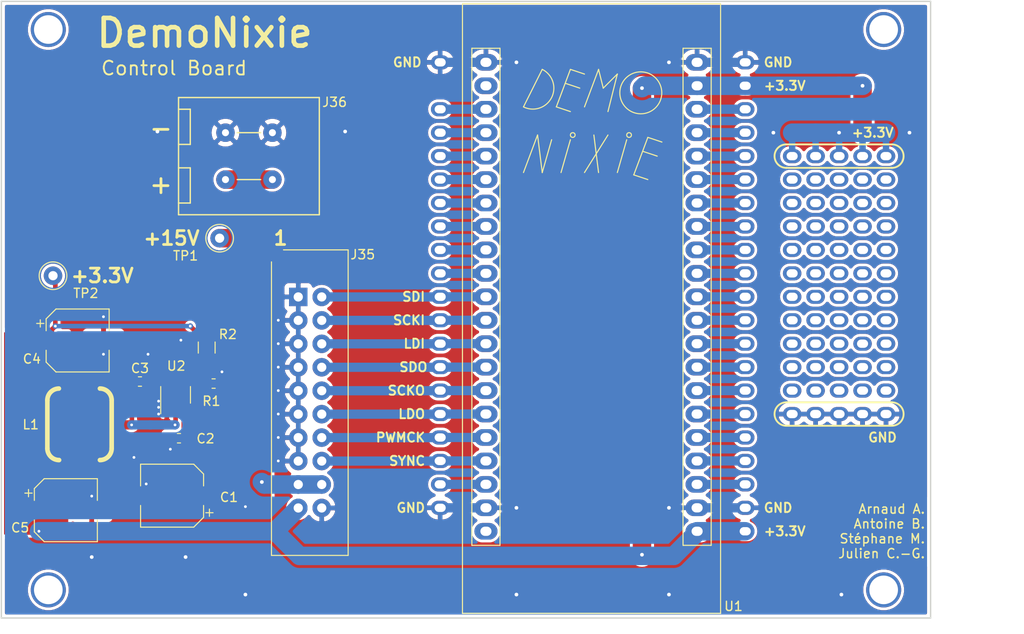
<source format=kicad_pcb>
(kicad_pcb (version 20171130) (host pcbnew 5.0.2-bee76a0~70~ubuntu18.04.1)
  (layers (0 F.Cu signal) (31 B.Cu signal) (34 B.Paste user) (35 F.Paste user) (36 B.SilkS user) (37 F.SilkS user) (38 B.Mask user) (39 F.Mask user) (44 Edge.Cuts user))
  (net 0 "")
  (net 1 GND)
  (net 2 +15V)
  (net 3 "Net-(C3-Pad1)")
  (net 4 "Net-(C3-Pad2)")
  (net 5 +3V3)
  (net 6 "Net-(J1-Pad1)")
  (net 7 "Net-(J2-Pad1)")
  (net 8 "Net-(J3-Pad1)")
  (net 9 "Net-(J4-Pad1)")
  (net 10 "Net-(J5-Pad1)")
  (net 11 "Net-(J6-Pad1)")
  (net 12 "Net-(J7-Pad1)")
  (net 13 "Net-(J8-Pad1)")
  (net 14 /SDI)
  (net 15 /SCKI)
  (net 16 /LDI)
  (net 17 /SDO)
  (net 18 /SCKO)
  (net 19 /LDO)
  (net 20 /PWMCK)
  (net 21 /SYNC)
  (net 22 "Net-(J17-Pad1)")
  (net 23 "Net-(J18-Pad1)")
  (net 24 "Net-(J19-Pad1)")
  (net 25 "Net-(J20-Pad1)")
  (net 26 "Net-(J21-Pad1)")
  (net 27 "Net-(J22-Pad1)")
  (net 28 "Net-(J23-Pad1)")
  (net 29 "Net-(J24-Pad1)")
  (net 30 "Net-(J25-Pad1)")
  (net 31 "Net-(J26-Pad1)")
  (net 32 "Net-(J27-Pad1)")
  (net 33 "Net-(J28-Pad1)")
  (net 34 "Net-(J29-Pad1)")
  (net 35 "Net-(J30-Pad1)")
  (net 36 "Net-(J31-Pad1)")
  (net 37 "Net-(J32-Pad1)")
  (net 38 "Net-(J33-Pad1)")
  (net 39 "Net-(J34-Pad1)")
  (net 40 "Net-(J37-Pad1)")
  (net 41 "Net-(J38-Pad1)")
  (net 42 "Net-(J39-Pad1)")
  (net 43 "Net-(J40-Pad1)")
  (net 44 "Net-(J41-Pad1)")
  (net 45 "Net-(J42-Pad1)")
  (net 46 "Net-(J43-Pad1)")
  (net 47 "Net-(J44-Pad1)")
  (net 48 "Net-(J45-Pad1)")
  (net 49 "Net-(J46-Pad1)")
  (net 50 "Net-(J47-Pad1)")
  (net 51 "Net-(J48-Pad1)")
  (net 52 "Net-(J49-Pad1)")
  (net 53 "Net-(J50-Pad1)")
  (net 54 "Net-(J51-Pad1)")
  (net 55 "Net-(J52-Pad1)")
  (net 56 "Net-(J53-Pad1)")
  (net 57 "Net-(J54-Pad1)")
  (net 58 "Net-(J55-Pad1)")
  (net 59 "Net-(J56-Pad1)")
  (net 60 "Net-(J57-Pad1)")
  (net 61 "Net-(J58-Pad1)")
  (net 62 "Net-(J59-Pad1)")
  (net 63 "Net-(J60-Pad1)")
  (net 64 "Net-(J61-Pad1)")
  (net 65 "Net-(J62-Pad1)")
  (net 66 "Net-(J63-Pad1)")
  (net 67 "Net-(J64-Pad1)")
  (net 68 "Net-(J65-Pad1)")
  (net 69 "Net-(J66-Pad1)")
  (net 70 "Net-(J67-Pad1)")
  (net 71 "Net-(J68-Pad1)")
  (net 72 "Net-(J69-Pad1)")
  (net 73 "Net-(J70-Pad1)")
  (net 74 "Net-(J71-Pad1)")
  (net 75 "Net-(R1-Pad1)")
  (net 76 "Net-(U1-Pad22)")
  (net 77 "Net-(U1-Pad41)")
  (net 78 "Net-(J78-Pad1)")
  (net 79 "Net-(J79-Pad1)")
  (net 80 "Net-(J80-Pad1)")
  (net 81 "Net-(J81-Pad1)")
  (net 82 "Net-(J82-Pad1)")
  (net 83 "Net-(J83-Pad1)")
  (net 84 "Net-(J84-Pad1)")
  (net 85 "Net-(J85-Pad1)")
  (net 86 "Net-(J86-Pad1)")
  (net 87 "Net-(J87-Pad1)")
  (net 88 "Net-(J88-Pad1)")
  (net 89 "Net-(J89-Pad1)")
  (net 90 "Net-(J90-Pad1)")
  (net 91 "Net-(J91-Pad1)")
  (net 92 "Net-(J92-Pad1)")
  (net 93 "Net-(J103-Pad1)")
  (net 94 "Net-(J104-Pad1)")
  (net 95 "Net-(J105-Pad1)")
  (net 96 "Net-(J106-Pad1)")
  (module Capacitor_SMD:CP_Elec_6.3x5.9 (layer F.Cu) (at 162.361591 118.30233 180)
    (fp_text reference C1 (at -6.162 -0.174 180) (layer F.SilkS))
    (fp_text value 10u)
    (pad 2 smd roundrect (at 2.8 0 180) (size 3.5 1.6) (layers F.Cu F.Paste F.Mask) (roundrect_rratio 0.15625) (net 1 GND))
    (pad 1 smd roundrect (at -2.8 0 180) (size 3.5 1.6) (layers F.Cu F.Paste F.Mask) (roundrect_rratio 0.15625) (net 2 +15V))
  )
  (module Capacitor_SMD:C_0603_1608Metric_Pad1.05x0.95mm_HandSolder (layer F.Cu) (at 163.109591 112.07933 180)
    (fp_text reference C2 (at -2.874 -0.047 180) (layer F.SilkS))
    (fp_text value 100n)
    (pad 2 smd roundrect (at 0.875 0 180) (size 1.05 0.95) (layers F.Cu F.Paste F.Mask) (net 1 GND))
    (pad 1 smd roundrect (at -0.875 0 180) (size 1.05 0.95) (layers F.Cu F.Paste F.Mask) (net 2 +15V))
  )
  (module Capacitor_SMD:C_0603_1608Metric_Pad1.05x0.95mm_HandSolder (layer F.Cu) (at 158.885591 105.93633)
    (fp_text reference C3 (at 0 -1.43) (layer F.SilkS))
    (fp_text value 100n)
    (pad 1 smd roundrect (at -0.875 0) (size 1.05 0.95) (layers F.Cu F.Paste F.Mask) (net 3 "Net-(C3-Pad1)"))
    (pad 2 smd roundrect (at 0.875 0) (size 1.05 0.95) (layers F.Cu F.Paste F.Mask) (net 4 "Net-(C3-Pad2)"))
  )
  (module Capacitor_SMD:CP_Elec_6.3x5.4 (layer F.Cu) (at 150.864591 119.87333)
    (fp_text reference C5 (at -4.947 1.905) (layer F.SilkS))
    (fp_text value 22u)
    (pad 1 smd roundrect (at -2.8 0) (size 3.5 1.6) (layers F.Cu F.Paste F.Mask) (roundrect_rratio 0.15625) (net 5 +3V3))
    (pad 2 smd roundrect (at 2.8 0) (size 3.5 1.6) (layers F.Cu F.Paste F.Mask) (roundrect_rratio 0.15625) (net 1 GND))
  )
  (module FootprintGamelGe2:HE10_2x10_P2.54mm (layer F.Cu) (at 176.022 96.774)
    (fp_text reference J35 (at 6.979591 -4.58667) (layer F.SilkS))
    (fp_text value HE10_02x10)
    (pad 20 thru_hole oval (at 2.54 22.86) (size 2 2) (drill 1) (layers *.Cu *.Mask) (net 1 GND))
    (pad 19 thru_hole oval (at 0 22.86) (size 2 2) (drill 1) (layers *.Cu *.Mask) (net 5 +3V3))
    (pad 18 thru_hole oval (at 2.54 20.32) (size 2 2) (drill 1) (layers *.Cu *.Mask) (net 2 +15V))
    (pad 17 thru_hole oval (at 0 20.32) (size 2 2) (drill 1) (layers *.Cu *.Mask) (net 2 +15V))
    (pad 16 thru_hole oval (at 2.54 17.78) (size 2 2) (drill 1) (layers *.Cu *.Mask) (net 21 /SYNC))
    (pad 15 thru_hole oval (at 0 17.78) (size 2 2) (drill 1) (layers *.Cu *.Mask) (net 1 GND))
    (pad 14 thru_hole oval (at 2.54 15.24) (size 2 2) (drill 1) (layers *.Cu *.Mask) (net 20 /PWMCK))
    (pad 13 thru_hole oval (at 0 15.24) (size 2 2) (drill 1) (layers *.Cu *.Mask) (net 1 GND))
    (pad 12 thru_hole oval (at 2.54 12.7) (size 2 2) (drill 1) (layers *.Cu *.Mask) (net 19 /LDO))
    (pad 11 thru_hole oval (at 0 12.7) (size 2 2) (drill 1) (layers *.Cu *.Mask) (net 1 GND))
    (pad 10 thru_hole oval (at 2.54 10.16) (size 2 2) (drill 1) (layers *.Cu *.Mask) (net 18 /SCKO))
    (pad 9 thru_hole oval (at 0 10.16) (size 2 2) (drill 1) (layers *.Cu *.Mask) (net 1 GND))
    (pad 8 thru_hole oval (at 2.54 7.62) (size 2 2) (drill 1) (layers *.Cu *.Mask) (net 17 /SDO))
    (pad 7 thru_hole oval (at 0 7.62) (size 2 2) (drill 1) (layers *.Cu *.Mask) (net 1 GND))
    (pad 6 thru_hole oval (at 2.54 5.08) (size 2 2) (drill 1) (layers *.Cu *.Mask) (net 16 /LDI))
    (pad 5 thru_hole oval (at 0 5.08) (size 2 2) (drill 1) (layers *.Cu *.Mask) (net 1 GND))
    (pad 4 thru_hole oval (at 2.54 2.54) (size 2 2) (drill 1) (layers *.Cu *.Mask) (net 15 /SCKI))
    (pad 3 thru_hole oval (at 0 2.54) (size 2 2) (drill 1) (layers *.Cu *.Mask) (net 1 GND))
    (pad 2 thru_hole oval (at 2.54 0) (size 2 2) (drill 1) (layers *.Cu *.Mask) (net 14 /SDI))
    (pad 1 thru_hole rect (at 0 0) (size 2 2) (drill 1) (layers *.Cu *.Mask) (net 1 GND))
  )
  (module "inductors:744778002 Wurth" (layer F.Cu) (at 155.442591 110.63533 270)
    (fp_text reference L1 (at -0.033 8.382) (layer F.SilkS))
    (fp_text value 2.2u)
    (pad 1 smd rect (at 0 0 270) (size 2.2 2) (layers F.Cu F.Paste F.Mask) (net 3 "Net-(C3-Pad1)"))
    (pad 2 smd rect (at 0 6.2 270) (size 2.2 2) (layers F.Cu F.Paste F.Mask) (net 5 +3V3))
  )
  (module Resistor_SMD:R_0603_1608Metric_Pad1.05x0.95mm_HandSolder (layer F.Cu) (at 166.858591 106.15733)
    (fp_text reference R1 (at -0.24 1.905) (layer F.SilkS))
    (fp_text value 10k)
    (pad 1 smd roundrect (at -0.875 0) (size 1.05 0.95) (layers F.Cu F.Paste F.Mask) (net 75 "Net-(R1-Pad1)"))
    (pad 2 smd roundrect (at 0.875 0) (size 1.05 0.95) (layers F.Cu F.Paste F.Mask) (net 1 GND))
  )
  (module Resistor_SMD:R_1206_3216Metric_Pad1.42x1.75mm_HandSolder (layer F.Cu) (at 166.110591 102.25683 270)
    (fp_text reference R2 (at -1.4335 -2.286) (layer F.SilkS))
    (fp_text value 33.2k)
    (pad 1 smd roundrect (at -1.4875 0 270) (size 1.425 1.75) (layers F.Cu F.Paste F.Mask) (roundrect_rratio 0.175439) (net 5 +3V3))
    (pad 2 smd roundrect (at 1.4875 0 270) (size 1.425 1.75) (layers F.Cu F.Paste F.Mask) (roundrect_rratio 0.175439) (net 75 "Net-(R1-Pad1)"))
  )
  (module TestPoint:TestPoint_Loop_D1.80mm_Drill1.0mm_Beaded (layer F.Cu) (at 167.507591 90.40933)
    (fp_text reference TP1 (at -3.683 1.905) (layer F.SilkS))
    (fp_text value TP_15V)
    (pad 1 thru_hole circle (at 0 0) (size 2 2) (drill 1) (layers *.Cu *.Mask) (net 2 +15V))
  )
  (module TestPoint:TestPoint_Loop_D1.80mm_Drill1.0mm_Beaded (layer F.Cu) (at 149.473591 94.47333)
    (fp_text reference TP2 (at 3.556 1.905) (layer F.SilkS))
    (fp_text value TP_3.3V)
    (pad 1 thru_hole circle (at 0 0) (size 2 2) (drill 1) (layers *.Cu *.Mask) (net 5 +3V3))
  )
  (module CY-BLE:CY8CPROTO-063-BLE (layer F.Cu) (at 219.196591 122.15933)
    (fp_text reference U1 (at 3.937 8.128) (layer F.SilkS))
    (fp_text value CY8CPROTO-063-BLE-PSOC6)
    (pad 1 thru_hole oval (at 0 0) (size 2.5 1.8) (drill oval 1.2 1) (layers *.Cu *.Mask) (net 5 +3V3))
    (pad 2 thru_hole oval (at 0 -2.54) (size 2.5 1.8) (drill oval 1.2 1) (layers *.Cu *.Mask) (net 1 GND))
    (pad 3 thru_hole oval (at 0 -5.08) (size 2.5 1.8) (drill oval 1.2 1) (layers *.Cu *.Mask) (net 39 "Net-(J34-Pad1)"))
    (pad 4 thru_hole oval (at 0 -7.62) (size 2.5 1.8) (drill oval 1.2 1) (layers *.Cu *.Mask) (net 38 "Net-(J33-Pad1)"))
    (pad 5 thru_hole oval (at 0 -10.16) (size 2.5 1.8) (drill oval 1.2 1) (layers *.Cu *.Mask) (net 37 "Net-(J32-Pad1)"))
    (pad 6 thru_hole oval (at 0 -12.7) (size 2.5 1.8) (drill oval 1.2 1) (layers *.Cu *.Mask) (net 36 "Net-(J31-Pad1)"))
    (pad 7 thru_hole oval (at 0 -15.24) (size 2.5 1.8) (drill oval 1.2 1) (layers *.Cu *.Mask) (net 35 "Net-(J30-Pad1)"))
    (pad 8 thru_hole oval (at 0 -17.78) (size 2.5 1.8) (drill oval 1.2 1) (layers *.Cu *.Mask) (net 34 "Net-(J29-Pad1)"))
    (pad 9 thru_hole oval (at 0 -20.32) (size 2.5 1.8) (drill oval 1.2 1) (layers *.Cu *.Mask) (net 33 "Net-(J28-Pad1)"))
    (pad 10 thru_hole oval (at 0 -22.86) (size 2.5 1.8) (drill oval 1.2 1) (layers *.Cu *.Mask) (net 32 "Net-(J27-Pad1)"))
    (pad 11 thru_hole oval (at 0 -25.4) (size 2.5 1.8) (drill oval 1.2 1) (layers *.Cu *.Mask) (net 31 "Net-(J26-Pad1)"))
    (pad 12 thru_hole oval (at 0 -27.94) (size 2.5 1.8) (drill oval 1.2 1) (layers *.Cu *.Mask) (net 30 "Net-(J25-Pad1)"))
    (pad 13 thru_hole oval (at 0 -30.48) (size 2.5 1.8) (drill oval 1.2 1) (layers *.Cu *.Mask) (net 29 "Net-(J24-Pad1)"))
    (pad 14 thru_hole oval (at 0 -33.02) (size 2.5 1.8) (drill oval 1.2 1) (layers *.Cu *.Mask) (net 28 "Net-(J23-Pad1)"))
    (pad 15 thru_hole oval (at 0 -35.56) (size 2.5 1.8) (drill oval 1.2 1) (layers *.Cu *.Mask) (net 27 "Net-(J22-Pad1)"))
    (pad 16 thru_hole oval (at 0 -38.1) (size 2.5 1.8) (drill oval 1.2 1) (layers *.Cu *.Mask) (net 26 "Net-(J21-Pad1)"))
    (pad 17 thru_hole oval (at 0 -40.64) (size 2.5 1.8) (drill oval 1.2 1) (layers *.Cu *.Mask) (net 25 "Net-(J20-Pad1)"))
    (pad 18 thru_hole oval (at 0 -43.18) (size 2.5 1.8) (drill oval 1.2 1) (layers *.Cu *.Mask) (net 24 "Net-(J19-Pad1)"))
    (pad 19 thru_hole oval (at 0 -45.72) (size 2.5 1.8) (drill oval 1.2 1) (layers *.Cu *.Mask) (net 23 "Net-(J18-Pad1)"))
    (pad 20 thru_hole oval (at 0 -48.26) (size 2.5 1.8) (drill oval 1.2 1) (layers *.Cu *.Mask) (net 5 +3V3))
    (pad 21 thru_hole oval (at 0 -50.8) (size 2.5 1.8) (drill oval 1.2 1) (layers *.Cu *.Mask) (net 1 GND))
    (pad 22 thru_hole oval (at -22.86 0) (size 2.5 1.8) (drill oval 1.2 1) (layers *.Cu *.Mask) (net 76 "Net-(U1-Pad22)"))
    (pad 23 thru_hole oval (at -22.86 -2.54) (size 2.5 1.8) (drill oval 1.2 1) (layers *.Cu *.Mask) (net 1 GND))
    (pad 24 thru_hole oval (at -22.86 -5.08) (size 2.5 1.8) (drill oval 1.2 1) (layers *.Cu *.Mask) (net 22 "Net-(J17-Pad1)"))
    (pad 25 thru_hole oval (at -22.86 -7.62) (size 2.5 1.8) (drill oval 1.2 1) (layers *.Cu *.Mask) (net 21 /SYNC))
    (pad 26 thru_hole oval (at -22.86 -10.16) (size 2.5 1.8) (drill oval 1.2 1) (layers *.Cu *.Mask) (net 20 /PWMCK))
    (pad 27 thru_hole oval (at -22.86 -12.7) (size 2.5 1.8) (drill oval 1.2 1) (layers *.Cu *.Mask) (net 19 /LDO))
    (pad 28 thru_hole oval (at -22.86 -15.24) (size 2.5 1.8) (drill oval 1.2 1) (layers *.Cu *.Mask) (net 18 /SCKO))
    (pad 29 thru_hole oval (at -22.86 -17.78) (size 2.5 1.8) (drill oval 1.2 1) (layers *.Cu *.Mask) (net 17 /SDO))
    (pad 30 thru_hole oval (at -22.86 -20.32) (size 2.5 1.8) (drill oval 1.2 1) (layers *.Cu *.Mask) (net 16 /LDI))
    (pad 31 thru_hole oval (at -22.86 -22.86) (size 2.5 1.8) (drill oval 1.2 1) (layers *.Cu *.Mask) (net 15 /SCKI))
    (pad 32 thru_hole oval (at -22.86 -25.4) (size 2.5 1.8) (drill oval 1.2 1) (layers *.Cu *.Mask) (net 14 /SDI))
    (pad 33 thru_hole oval (at -22.86 -27.94) (size 2.5 1.8) (drill oval 1.2 1) (layers *.Cu *.Mask) (net 13 "Net-(J8-Pad1)"))
    (pad 34 thru_hole oval (at -22.86 -30.48) (size 2.5 1.8) (drill oval 1.2 1) (layers *.Cu *.Mask) (net 12 "Net-(J7-Pad1)"))
    (pad 35 thru_hole oval (at -22.86 -33.02) (size 2.5 1.8) (drill oval 1.2 1) (layers *.Cu *.Mask) (net 11 "Net-(J6-Pad1)"))
    (pad 36 thru_hole oval (at -22.86 -35.56) (size 2.5 1.8) (drill oval 1.2 1) (layers *.Cu *.Mask) (net 10 "Net-(J5-Pad1)"))
    (pad 37 thru_hole oval (at -22.86 -38.1) (size 2.5 1.8) (drill oval 1.2 1) (layers *.Cu *.Mask) (net 9 "Net-(J4-Pad1)"))
    (pad 38 thru_hole oval (at -22.86 -40.64) (size 2.5 1.8) (drill oval 1.2 1) (layers *.Cu *.Mask) (net 8 "Net-(J3-Pad1)"))
    (pad 39 thru_hole oval (at -22.86 -43.18) (size 2.5 1.8) (drill oval 1.2 1) (layers *.Cu *.Mask) (net 7 "Net-(J2-Pad1)"))
    (pad 40 thru_hole oval (at -22.86 -45.72) (size 2.5 1.8) (drill oval 1.2 1) (layers *.Cu *.Mask) (net 6 "Net-(J1-Pad1)"))
    (pad 41 thru_hole oval (at -22.86 -48.26) (size 2.5 1.8) (drill oval 1.2 1) (layers *.Cu *.Mask) (net 77 "Net-(U1-Pad41)"))
    (pad 42 thru_hole oval (at -22.86 -50.8) (size 2.5 1.8) (drill oval 1.2 1) (layers *.Cu *.Mask) (net 1 GND))
  )
  (module Package_TO_SOT_SMD:SOT-23-6_Handsoldering (layer F.Cu) (at 162.742591 107.38033 90)
    (fp_text reference U2 (at 3.128 0.066 180) (layer F.SilkS))
    (fp_text value TPS563200)
    (pad 1 smd rect (at -1.35 -0.95 90) (size 1.56 0.65) (layers F.Cu F.Paste F.Mask) (net 1 GND))
    (pad 2 smd rect (at -1.35 0 90) (size 1.56 0.65) (layers F.Cu F.Paste F.Mask) (net 3 "Net-(C3-Pad1)"))
    (pad 3 smd rect (at -1.35 0.95 90) (size 1.56 0.65) (layers F.Cu F.Paste F.Mask) (net 2 +15V))
    (pad 4 smd rect (at 1.35 0.95 90) (size 1.56 0.65) (layers F.Cu F.Paste F.Mask) (net 75 "Net-(R1-Pad1)"))
    (pad 6 smd rect (at 1.35 -0.95 90) (size 1.56 0.65) (layers F.Cu F.Paste F.Mask) (net 4 "Net-(C3-Pad2)"))
    (pad 5 smd rect (at 1.35 0 90) (size 1.56 0.65) (layers F.Cu F.Paste F.Mask) (net 2 +15V))
  )
  (module Capacitor_SMD:CP_Elec_6.3x5.4 (layer F.Cu) (at 152.140591 101.49133)
    (fp_text reference C4 (at -4.953 1.999) (layer F.SilkS))
    (fp_text value 22u)
    (pad 1 smd roundrect (at -2.8 0) (size 3.5 1.6) (layers F.Cu F.Paste F.Mask) (roundrect_rratio 0.15625) (net 5 +3V3))
    (pad 2 smd roundrect (at 2.8 0) (size 3.5 1.6) (layers F.Cu F.Paste F.Mask) (roundrect_rratio 0.15625) (net 1 GND))
  )
  (module wago256-402:WAGO-256-402 (layer F.Cu) (at 170.682591 84.05933 180)
    (fp_text reference J36 (at -9.271 8.382 180) (layer F.SilkS))
    (fp_text value WAGO256)
    (pad 1 thru_hole circle (at 2.54 0 180) (size 2 2) (drill 0.762) (layers *.Cu *.Mask) (net 2 +15V))
    (pad 2 thru_hole circle (at -2.54 0 180) (size 2 2) (drill 0.762) (layers *.Cu *.Mask) (net 2 +15V))
    (pad 3 thru_hole circle (at 2.54 5.08 180) (size 2 2) (drill 0.762) (layers *.Cu *.Mask) (net 1 GND))
    (pad 4 thru_hole circle (at -2.54 5.08 180) (size 2 2) (drill 0.762) (layers *.Cu *.Mask) (net 1 GND))
  )
  (module PIN:PIN-tr1-d2 (layer F.Cu) (at 191.383591 76.43933)
    (fp_text reference J1 hide)
    (fp_text value TP)
    (pad 1 thru_hole oval (at 0 0) (size 2 1.524) (drill oval 1.2 0.9) (layers *.Cu *.Mask) (net 6 "Net-(J1-Pad1)"))
  )
  (module PIN:PIN-tr1-d2 (layer F.Cu) (at 191.383591 78.97933)
    (fp_text reference J2 hide)
    (fp_text value TP)
    (pad 1 thru_hole oval (at 0 0) (size 2 1.524) (drill oval 1.2 0.9) (layers *.Cu *.Mask) (net 7 "Net-(J2-Pad1)"))
  )
  (module PIN:PIN-tr1-d2 (layer F.Cu) (at 191.383591 81.51933)
    (fp_text reference J3 hide)
    (fp_text value TP)
    (pad 1 thru_hole oval (at 0 0) (size 2 1.524) (drill oval 1.2 0.9) (layers *.Cu *.Mask) (net 8 "Net-(J3-Pad1)"))
  )
  (module PIN:PIN-tr1-d2 (layer F.Cu) (at 191.383591 84.05933)
    (fp_text reference J4 hide)
    (fp_text value TP)
    (pad 1 thru_hole oval (at 0 0) (size 2 1.524) (drill oval 1.2 0.9) (layers *.Cu *.Mask) (net 9 "Net-(J4-Pad1)"))
  )
  (module PIN:PIN-tr1-d2 (layer F.Cu) (at 191.383591 86.59933)
    (fp_text reference J5 hide)
    (fp_text value TP)
    (pad 1 thru_hole oval (at 0 0) (size 2 1.524) (drill oval 1.2 0.9) (layers *.Cu *.Mask) (net 10 "Net-(J5-Pad1)"))
  )
  (module PIN:PIN-tr1-d2 (layer F.Cu) (at 191.383591 89.13933)
    (fp_text reference J6 hide)
    (fp_text value TP)
    (pad 1 thru_hole oval (at 0 0) (size 2 1.524) (drill oval 1.2 0.9) (layers *.Cu *.Mask) (net 11 "Net-(J6-Pad1)"))
  )
  (module PIN:PIN-tr1-d2 (layer F.Cu) (at 191.383591 91.67933)
    (fp_text reference J7 hide)
    (fp_text value TP)
    (pad 1 thru_hole oval (at 0 0) (size 2 1.524) (drill oval 1.2 0.9) (layers *.Cu *.Mask) (net 12 "Net-(J7-Pad1)"))
  )
  (module PIN:PIN-tr1-d2 (layer F.Cu) (at 191.383591 94.21933)
    (fp_text reference J8 hide)
    (fp_text value TP)
    (pad 1 thru_hole oval (at 0 0) (size 2 1.524) (drill oval 1.2 0.9) (layers *.Cu *.Mask) (net 13 "Net-(J8-Pad1)"))
  )
  (module PIN:PIN-tr1-d2 (layer F.Cu) (at 191.383591 96.75933)
    (fp_text reference J9 hide)
    (fp_text value TP)
    (pad 1 thru_hole oval (at 0 0) (size 2 1.524) (drill oval 1.2 0.9) (layers *.Cu *.Mask) (net 14 /SDI))
  )
  (module PIN:PIN-tr1-d2 (layer F.Cu) (at 191.383591 99.29933)
    (fp_text reference J10 hide)
    (fp_text value TP)
    (pad 1 thru_hole oval (at 0 0) (size 2 1.524) (drill oval 1.2 0.9) (layers *.Cu *.Mask) (net 15 /SCKI))
  )
  (module PIN:PIN-tr1-d2 (layer F.Cu) (at 191.383591 101.83933)
    (fp_text reference J11 hide)
    (fp_text value TP)
    (pad 1 thru_hole oval (at 0 0) (size 2 1.524) (drill oval 1.2 0.9) (layers *.Cu *.Mask) (net 16 /LDI))
  )
  (module PIN:PIN-tr1-d2 (layer F.Cu) (at 191.383591 104.37933)
    (fp_text reference J12 hide)
    (fp_text value TP)
    (pad 1 thru_hole oval (at 0 0) (size 2 1.524) (drill oval 1.2 0.9) (layers *.Cu *.Mask) (net 17 /SDO))
  )
  (module PIN:PIN-tr1-d2 (layer F.Cu) (at 191.383591 106.91933)
    (fp_text reference J13 hide)
    (fp_text value TP)
    (pad 1 thru_hole oval (at 0 0) (size 2 1.524) (drill oval 1.2 0.9) (layers *.Cu *.Mask) (net 18 /SCKO))
  )
  (module PIN:PIN-tr1-d2 (layer F.Cu) (at 191.383591 109.45933)
    (fp_text reference J14 hide)
    (fp_text value TP)
    (pad 1 thru_hole oval (at 0 0) (size 2 1.524) (drill oval 1.2 0.9) (layers *.Cu *.Mask) (net 19 /LDO))
  )
  (module PIN:PIN-tr1-d2 (layer F.Cu) (at 191.383591 111.99933)
    (fp_text reference J15 hide)
    (fp_text value TP)
    (pad 1 thru_hole oval (at 0 0) (size 2 1.524) (drill oval 1.2 0.9) (layers *.Cu *.Mask) (net 20 /PWMCK))
  )
  (module PIN:PIN-tr1-d2 (layer F.Cu) (at 191.383591 114.53933)
    (fp_text reference J16 hide)
    (fp_text value TP)
    (pad 1 thru_hole oval (at 0 0) (size 2 1.524) (drill oval 1.2 0.9) (layers *.Cu *.Mask) (net 21 /SYNC))
  )
  (module PIN:PIN-tr1-d2 (layer F.Cu) (at 191.383591 117.07933)
    (fp_text reference J17 hide)
    (fp_text value TP)
    (pad 1 thru_hole oval (at 0 0) (size 2 1.524) (drill oval 1.2 0.9) (layers *.Cu *.Mask) (net 22 "Net-(J17-Pad1)"))
  )
  (module PIN:PIN-tr1-d2 (layer F.Cu) (at 224.403591 76.43933)
    (fp_text reference J18 hide)
    (fp_text value TP)
    (pad 1 thru_hole oval (at 0 0) (size 2 1.524) (drill oval 1.2 0.9) (layers *.Cu *.Mask) (net 23 "Net-(J18-Pad1)"))
  )
  (module PIN:PIN-tr1-d2 (layer F.Cu) (at 224.403591 78.97933)
    (fp_text reference J19 hide)
    (fp_text value TP)
    (pad 1 thru_hole oval (at 0 0) (size 2 1.524) (drill oval 1.2 0.9) (layers *.Cu *.Mask) (net 24 "Net-(J19-Pad1)"))
  )
  (module PIN:PIN-tr1-d2 (layer F.Cu) (at 224.403591 81.51933)
    (fp_text reference J20 hide)
    (fp_text value TP)
    (pad 1 thru_hole oval (at 0 0) (size 2 1.524) (drill oval 1.2 0.9) (layers *.Cu *.Mask) (net 25 "Net-(J20-Pad1)"))
  )
  (module PIN:PIN-tr1-d2 (layer F.Cu) (at 224.403591 84.05933)
    (fp_text reference J21 hide)
    (fp_text value TP)
    (pad 1 thru_hole oval (at 0 0) (size 2 1.524) (drill oval 1.2 0.9) (layers *.Cu *.Mask) (net 26 "Net-(J21-Pad1)"))
  )
  (module PIN:PIN-tr1-d2 (layer F.Cu) (at 224.403591 86.59933)
    (fp_text reference J22 hide)
    (fp_text value TP)
    (pad 1 thru_hole oval (at 0 0) (size 2 1.524) (drill oval 1.2 0.9) (layers *.Cu *.Mask) (net 27 "Net-(J22-Pad1)"))
  )
  (module PIN:PIN-tr1-d2 (layer F.Cu) (at 224.403591 89.13933)
    (fp_text reference J23 hide)
    (fp_text value TP)
    (pad 1 thru_hole oval (at 0 0) (size 2 1.524) (drill oval 1.2 0.9) (layers *.Cu *.Mask) (net 28 "Net-(J23-Pad1)"))
  )
  (module PIN:PIN-tr1-d2 (layer F.Cu) (at 224.403591 91.67933)
    (fp_text reference J24 hide)
    (fp_text value TP)
    (pad 1 thru_hole oval (at 0 0) (size 2 1.524) (drill oval 1.2 0.9) (layers *.Cu *.Mask) (net 29 "Net-(J24-Pad1)"))
  )
  (module PIN:PIN-tr1-d2 (layer F.Cu) (at 224.403591 94.21933)
    (fp_text reference J25 hide)
    (fp_text value TP)
    (pad 1 thru_hole oval (at 0 0) (size 2 1.524) (drill oval 1.2 0.9) (layers *.Cu *.Mask) (net 30 "Net-(J25-Pad1)"))
  )
  (module PIN:PIN-tr1-d2 (layer F.Cu) (at 224.403591 96.75933)
    (fp_text reference J26 hide)
    (fp_text value TP)
    (pad 1 thru_hole oval (at 0 0) (size 2 1.524) (drill oval 1.2 0.9) (layers *.Cu *.Mask) (net 31 "Net-(J26-Pad1)"))
  )
  (module PIN:PIN-tr1-d2 (layer F.Cu) (at 224.403591 99.29933)
    (fp_text reference J27 hide)
    (fp_text value TP)
    (pad 1 thru_hole oval (at 0 0) (size 2 1.524) (drill oval 1.2 0.9) (layers *.Cu *.Mask) (net 32 "Net-(J27-Pad1)"))
  )
  (module PIN:PIN-tr1-d2 (layer F.Cu) (at 224.403591 101.83933)
    (fp_text reference J28 hide)
    (fp_text value TP)
    (pad 1 thru_hole oval (at 0 0) (size 2 1.524) (drill oval 1.2 0.9) (layers *.Cu *.Mask) (net 33 "Net-(J28-Pad1)"))
  )
  (module PIN:PIN-tr1-d2 (layer F.Cu) (at 224.403591 104.37933)
    (fp_text reference J29 hide)
    (fp_text value TP)
    (pad 1 thru_hole oval (at 0 0) (size 2 1.524) (drill oval 1.2 0.9) (layers *.Cu *.Mask) (net 34 "Net-(J29-Pad1)"))
  )
  (module PIN:PIN-tr1-d2 (layer F.Cu) (at 224.403591 106.91933)
    (fp_text reference J30 hide)
    (fp_text value TP)
    (pad 1 thru_hole oval (at 0 0) (size 2 1.524) (drill oval 1.2 0.9) (layers *.Cu *.Mask) (net 35 "Net-(J30-Pad1)"))
  )
  (module PIN:PIN-tr1-d2 (layer F.Cu) (at 224.403591 109.45933)
    (fp_text reference J31 hide)
    (fp_text value TP)
    (pad 1 thru_hole oval (at 0 0) (size 2 1.524) (drill oval 1.2 0.9) (layers *.Cu *.Mask) (net 36 "Net-(J31-Pad1)"))
  )
  (module PIN:PIN-tr1-d2 (layer F.Cu) (at 224.403591 111.99933)
    (fp_text reference J32 hide)
    (fp_text value TP)
    (pad 1 thru_hole oval (at 0 0) (size 2 1.524) (drill oval 1.2 0.9) (layers *.Cu *.Mask) (net 37 "Net-(J32-Pad1)"))
  )
  (module PIN:PIN-tr1-d2 (layer F.Cu) (at 224.403591 114.53933)
    (fp_text reference J33 hide)
    (fp_text value TP)
    (pad 1 thru_hole oval (at 0 0) (size 2 1.524) (drill oval 1.2 0.9) (layers *.Cu *.Mask) (net 38 "Net-(J33-Pad1)"))
  )
  (module PIN:PIN-tr1-d2 (layer F.Cu) (at 224.403591 117.07933)
    (fp_text reference J34 hide)
    (fp_text value TP)
    (pad 1 thru_hole oval (at 0 0) (size 2 1.524) (drill oval 1.2 0.9) (layers *.Cu *.Mask) (net 39 "Net-(J34-Pad1)"))
  )
  (module PIN:PIN-tr1-d2 (layer F.Cu) (at 224.403591 73.89933)
    (fp_text reference J72 hide)
    (fp_text value TP)
    (pad 1 thru_hole oval (at 0 0) (size 2 1.524) (drill oval 1.2 0.9) (layers *.Cu *.Mask) (net 5 +3V3))
  )
  (module PIN:PIN-tr1-d2 (layer F.Cu) (at 224.403591 122.15933)
    (fp_text reference J73 hide)
    (fp_text value TP)
    (pad 1 thru_hole oval (at 0 0) (size 2 1.524) (drill oval 1.2 0.9) (layers *.Cu *.Mask) (net 5 +3V3))
  )
  (module PIN:PIN-tr1-d2 (layer F.Cu) (at 224.403591 71.35933)
    (fp_text reference J74 hide)
    (fp_text value TP)
    (pad 1 thru_hole oval (at 0 0) (size 2 1.524) (drill oval 1.2 0.9) (layers *.Cu *.Mask) (net 1 GND))
  )
  (module PIN:PIN-tr1-d2 (layer F.Cu) (at 224.403591 119.61933)
    (fp_text reference J75 hide)
    (fp_text value TP)
    (pad 1 thru_hole oval (at 0 0) (size 2 1.524) (drill oval 1.2 0.9) (layers *.Cu *.Mask) (net 1 GND))
  )
  (module PIN:PIN-tr1-d2 (layer F.Cu) (at 191.383591 71.35933)
    (fp_text reference J76 hide)
    (fp_text value TP)
    (pad 1 thru_hole oval (at 0 0) (size 2 1.524) (drill oval 1.2 0.9) (layers *.Cu *.Mask) (net 1 GND))
  )
  (module PIN:PIN-tr1-d2 (layer F.Cu) (at 191.383591 119.61933)
    (fp_text reference J77 hide)
    (fp_text value TP)
    (pad 1 thru_hole oval (at 0 0) (size 2 1.524) (drill oval 1.2 0.9) (layers *.Cu *.Mask) (net 1 GND))
  )
  (module PIN:PIN-tr1-d2 (layer F.Cu) (at 229.483591 86.59933)
    (fp_text reference J38 hide)
    (fp_text value TP)
    (pad 1 thru_hole oval (at 0 0) (size 2 1.524) (drill oval 1.2 0.9) (layers *.Cu *.Mask) (net 41 "Net-(J38-Pad1)"))
  )
  (module PIN:PIN-tr1-d2 (layer F.Cu) (at 232.023591 84.05933)
    (fp_text reference J41 hide)
    (fp_text value TP)
    (pad 1 thru_hole oval (at 0 0) (size 2 1.524) (drill oval 1.2 0.9) (layers *.Cu *.Mask) (net 44 "Net-(J41-Pad1)"))
  )
  (module PIN:PIN-tr1-d2 (layer F.Cu) (at 229.483591 84.05933)
    (fp_text reference J45 hide)
    (fp_text value TP)
    (pad 1 thru_hole oval (at 0 0) (size 2 1.524) (drill oval 1.2 0.9) (layers *.Cu *.Mask) (net 48 "Net-(J45-Pad1)"))
  )
  (module PIN:PIN-tr1-d2 (layer F.Cu) (at 232.023591 86.59933)
    (fp_text reference J50 hide)
    (fp_text value TP)
    (pad 1 thru_hole oval (at 0 0) (size 2 1.524) (drill oval 1.2 0.9) (layers *.Cu *.Mask) (net 53 "Net-(J50-Pad1)"))
  )
  (module PIN:PIN-tr1-d2 (layer F.Cu) (at 234.563591 86.59933)
    (fp_text reference J55 hide)
    (fp_text value TP)
    (pad 1 thru_hole oval (at 0 0) (size 2 1.524) (drill oval 1.2 0.9) (layers *.Cu *.Mask) (net 58 "Net-(J55-Pad1)"))
  )
  (module PIN:PIN-tr1-d2 (layer F.Cu) (at 237.103591 84.05933)
    (fp_text reference J60 hide)
    (fp_text value TP)
    (pad 1 thru_hole oval (at 0 0) (size 2 1.524) (drill oval 1.2 0.9) (layers *.Cu *.Mask) (net 63 "Net-(J60-Pad1)"))
  )
  (module PIN:PIN-tr1-d2 (layer F.Cu) (at 234.563591 84.05933)
    (fp_text reference J71 hide)
    (fp_text value TP)
    (pad 1 thru_hole oval (at 0 0) (size 2 1.524) (drill oval 1.2 0.9) (layers *.Cu *.Mask) (net 74 "Net-(J71-Pad1)"))
  )
  (module PIN:PIN-tr1-d2 (layer F.Cu) (at 237.103591 86.59933)
    (fp_text reference J37 hide)
    (fp_text value TP)
    (pad 1 thru_hole oval (at 0 0) (size 2 1.524) (drill oval 1.2 0.9) (layers *.Cu *.Mask) (net 40 "Net-(J37-Pad1)"))
  )
  (module PIN:PIN-tr1-d2 (layer F.Cu) (at 232.023591 99.29933)
    (fp_text reference J39 hide)
    (fp_text value TP)
    (pad 1 thru_hole oval (at 0 0) (size 2 1.524) (drill oval 1.2 0.9) (layers *.Cu *.Mask) (net 42 "Net-(J39-Pad1)"))
  )
  (module PIN:PIN-tr1-d2 (layer F.Cu) (at 239.643591 84.05933)
    (fp_text reference J40 hide)
    (fp_text value TP)
    (pad 1 thru_hole oval (at 0 0) (size 2 1.524) (drill oval 1.2 0.9) (layers *.Cu *.Mask) (net 43 "Net-(J40-Pad1)"))
  )
  (module PIN:PIN-tr1-d2 (layer F.Cu) (at 234.563591 89.13933)
    (fp_text reference J42 hide)
    (fp_text value TP)
    (pad 1 thru_hole oval (at 0 0) (size 2 1.524) (drill oval 1.2 0.9) (layers *.Cu *.Mask) (net 45 "Net-(J42-Pad1)"))
  )
  (module PIN:PIN-tr1-d2 (layer F.Cu) (at 237.103591 89.13933)
    (fp_text reference J43 hide)
    (fp_text value TP)
    (pad 1 thru_hole oval (at 0 0) (size 2 1.524) (drill oval 1.2 0.9) (layers *.Cu *.Mask) (net 46 "Net-(J43-Pad1)"))
  )
  (module PIN:PIN-tr1-d2 (layer F.Cu) (at 229.483591 99.29933)
    (fp_text reference J44 hide)
    (fp_text value TP)
    (pad 1 thru_hole oval (at 0 0) (size 2 1.524) (drill oval 1.2 0.9) (layers *.Cu *.Mask) (net 47 "Net-(J44-Pad1)"))
  )
  (module PIN:PIN-tr1-d2 (layer F.Cu) (at 239.643591 91.67933)
    (fp_text reference J46 hide)
    (fp_text value TP)
    (pad 1 thru_hole oval (at 0 0) (size 2 1.524) (drill oval 1.2 0.9) (layers *.Cu *.Mask) (net 49 "Net-(J46-Pad1)"))
  )
  (module PIN:PIN-tr1-d2 (layer F.Cu) (at 234.563591 91.67933)
    (fp_text reference J47 hide)
    (fp_text value TP)
    (pad 1 thru_hole oval (at 0 0) (size 2 1.524) (drill oval 1.2 0.9) (layers *.Cu *.Mask) (net 50 "Net-(J47-Pad1)"))
  )
  (module PIN:PIN-tr1-d2 (layer F.Cu) (at 239.643591 89.13933)
    (fp_text reference J48 hide)
    (fp_text value TP)
    (pad 1 thru_hole oval (at 0 0) (size 2 1.524) (drill oval 1.2 0.9) (layers *.Cu *.Mask) (net 51 "Net-(J48-Pad1)"))
  )
  (module PIN:PIN-tr1-d2 (layer F.Cu) (at 232.023591 89.13933)
    (fp_text reference J49 hide)
    (fp_text value TP)
    (pad 1 thru_hole oval (at 0 0) (size 2 1.524) (drill oval 1.2 0.9) (layers *.Cu *.Mask) (net 52 "Net-(J49-Pad1)"))
  )
  (module PIN:PIN-tr1-d2 (layer F.Cu) (at 229.483591 94.21933)
    (fp_text reference J51 hide)
    (fp_text value TP)
    (pad 1 thru_hole oval (at 0 0) (size 2 1.524) (drill oval 1.2 0.9) (layers *.Cu *.Mask) (net 54 "Net-(J51-Pad1)"))
  )
  (module PIN:PIN-tr1-d2 (layer F.Cu) (at 237.103591 99.29933)
    (fp_text reference J52 hide)
    (fp_text value TP)
    (pad 1 thru_hole oval (at 0 0) (size 2 1.524) (drill oval 1.2 0.9) (layers *.Cu *.Mask) (net 55 "Net-(J52-Pad1)"))
  )
  (module PIN:PIN-tr1-d2 (layer F.Cu) (at 237.103591 91.67933)
    (fp_text reference J53 hide)
    (fp_text value TP)
    (pad 1 thru_hole oval (at 0 0) (size 2 1.524) (drill oval 1.2 0.9) (layers *.Cu *.Mask) (net 56 "Net-(J53-Pad1)"))
  )
  (module PIN:PIN-tr1-d2 (layer F.Cu) (at 234.563591 99.29933)
    (fp_text reference J54 hide)
    (fp_text value TP)
    (pad 1 thru_hole oval (at 0 0) (size 2 1.524) (drill oval 1.2 0.9) (layers *.Cu *.Mask) (net 57 "Net-(J54-Pad1)"))
  )
  (module PIN:PIN-tr1-d2 (layer F.Cu) (at 229.483591 89.13933)
    (fp_text reference J56 hide)
    (fp_text value TP)
    (pad 1 thru_hole oval (at 0 0) (size 2 1.524) (drill oval 1.2 0.9) (layers *.Cu *.Mask) (net 59 "Net-(J56-Pad1)"))
  )
  (module PIN:PIN-tr1-d2 (layer F.Cu) (at 232.023591 94.21933)
    (fp_text reference J57 hide)
    (fp_text value TP)
    (pad 1 thru_hole oval (at 0 0) (size 2 1.524) (drill oval 1.2 0.9) (layers *.Cu *.Mask) (net 60 "Net-(J57-Pad1)"))
  )
  (module PIN:PIN-tr1-d2 (layer F.Cu) (at 234.563591 94.21933)
    (fp_text reference J58 hide)
    (fp_text value TP)
    (pad 1 thru_hole oval (at 0 0) (size 2 1.524) (drill oval 1.2 0.9) (layers *.Cu *.Mask) (net 61 "Net-(J58-Pad1)"))
  )
  (module PIN:PIN-tr1-d2 (layer F.Cu) (at 239.643591 94.21933)
    (fp_text reference J59 hide)
    (fp_text value TP)
    (pad 1 thru_hole oval (at 0 0) (size 2 1.524) (drill oval 1.2 0.9) (layers *.Cu *.Mask) (net 62 "Net-(J59-Pad1)"))
  )
  (module PIN:PIN-tr1-d2 (layer F.Cu) (at 229.483591 91.67933)
    (fp_text reference J61 hide)
    (fp_text value TP)
    (pad 1 thru_hole oval (at 0 0) (size 2 1.524) (drill oval 1.2 0.9) (layers *.Cu *.Mask) (net 64 "Net-(J61-Pad1)"))
  )
  (module PIN:PIN-tr1-d2 (layer F.Cu) (at 239.643591 86.59933)
    (fp_text reference J62 hide)
    (fp_text value TP)
    (pad 1 thru_hole oval (at 0 0) (size 2 1.524) (drill oval 1.2 0.9) (layers *.Cu *.Mask) (net 65 "Net-(J62-Pad1)"))
  )
  (module PIN:PIN-tr1-d2 (layer F.Cu) (at 237.103591 94.21933)
    (fp_text reference J63 hide)
    (fp_text value TP)
    (pad 1 thru_hole oval (at 0 0) (size 2 1.524) (drill oval 1.2 0.9) (layers *.Cu *.Mask) (net 66 "Net-(J63-Pad1)"))
  )
  (module PIN:PIN-tr1-d2 (layer F.Cu) (at 232.023591 96.75933)
    (fp_text reference J64 hide)
    (fp_text value TP)
    (pad 1 thru_hole oval (at 0 0) (size 2 1.524) (drill oval 1.2 0.9) (layers *.Cu *.Mask) (net 67 "Net-(J64-Pad1)"))
  )
  (module PIN:PIN-tr1-d2 (layer F.Cu) (at 239.643591 99.29933)
    (fp_text reference J65 hide)
    (fp_text value TP)
    (pad 1 thru_hole oval (at 0 0) (size 2 1.524) (drill oval 1.2 0.9) (layers *.Cu *.Mask) (net 68 "Net-(J65-Pad1)"))
  )
  (module PIN:PIN-tr1-d2 (layer F.Cu) (at 232.023591 91.67933)
    (fp_text reference J66 hide)
    (fp_text value TP)
    (pad 1 thru_hole oval (at 0 0) (size 2 1.524) (drill oval 1.2 0.9) (layers *.Cu *.Mask) (net 69 "Net-(J66-Pad1)"))
  )
  (module PIN:PIN-tr1-d2 (layer F.Cu) (at 237.103591 96.75933)
    (fp_text reference J67 hide)
    (fp_text value TP)
    (pad 1 thru_hole oval (at 0 0) (size 2 1.524) (drill oval 1.2 0.9) (layers *.Cu *.Mask) (net 70 "Net-(J67-Pad1)"))
  )
  (module PIN:PIN-tr1-d2 (layer F.Cu) (at 234.563591 96.75933)
    (fp_text reference J68 hide)
    (fp_text value TP)
    (pad 1 thru_hole oval (at 0 0) (size 2 1.524) (drill oval 1.2 0.9) (layers *.Cu *.Mask) (net 71 "Net-(J68-Pad1)"))
  )
  (module PIN:PIN-tr1-d2 (layer F.Cu) (at 229.483591 96.75933)
    (fp_text reference J69 hide)
    (fp_text value TP)
    (pad 1 thru_hole oval (at 0 0) (size 2 1.524) (drill oval 1.2 0.9) (layers *.Cu *.Mask) (net 72 "Net-(J69-Pad1)"))
  )
  (module PIN:PIN-tr1-d2 (layer F.Cu) (at 239.643591 96.75933)
    (fp_text reference J70 hide)
    (fp_text value TP)
    (pad 1 thru_hole oval (at 0 0) (size 2 1.524) (drill oval 1.2 0.9) (layers *.Cu *.Mask) (net 73 "Net-(J70-Pad1)"))
  )
  (module PIN:PIN-tr1-d2 (layer F.Cu) (at 232.023591 101.83933)
    (fp_text reference J78 hide)
    (fp_text value TP)
    (pad 1 thru_hole oval (at 0 0) (size 2 1.524) (drill oval 1.2 0.9) (layers *.Cu *.Mask) (net 78 "Net-(J78-Pad1)"))
  )
  (module PIN:PIN-tr1-d2 (layer F.Cu) (at 229.483591 104.37933)
    (fp_text reference J79 hide)
    (fp_text value TP)
    (pad 1 thru_hole oval (at 0 0) (size 2 1.524) (drill oval 1.2 0.9) (layers *.Cu *.Mask) (net 79 "Net-(J79-Pad1)"))
  )
  (module PIN:PIN-tr1-d2 (layer F.Cu) (at 234.563591 101.83933)
    (fp_text reference J80 hide)
    (fp_text value TP)
    (pad 1 thru_hole oval (at 0 0) (size 2 1.524) (drill oval 1.2 0.9) (layers *.Cu *.Mask) (net 80 "Net-(J80-Pad1)"))
  )
  (module PIN:PIN-tr1-d2 (layer F.Cu) (at 237.103591 104.37933)
    (fp_text reference J81 hide)
    (fp_text value TP)
    (pad 1 thru_hole oval (at 0 0) (size 2 1.524) (drill oval 1.2 0.9) (layers *.Cu *.Mask) (net 81 "Net-(J81-Pad1)"))
  )
  (module PIN:PIN-tr1-d2 (layer F.Cu) (at 232.023591 104.37933)
    (fp_text reference J82 hide)
    (fp_text value TP)
    (pad 1 thru_hole oval (at 0 0) (size 2 1.524) (drill oval 1.2 0.9) (layers *.Cu *.Mask) (net 82 "Net-(J82-Pad1)"))
  )
  (module PIN:PIN-tr1-d2 (layer F.Cu) (at 237.103591 101.83933)
    (fp_text reference J83 hide)
    (fp_text value TP)
    (pad 1 thru_hole oval (at 0 0) (size 2 1.524) (drill oval 1.2 0.9) (layers *.Cu *.Mask) (net 83 "Net-(J83-Pad1)"))
  )
  (module PIN:PIN-tr1-d2 (layer F.Cu) (at 232.023591 106.91933)
    (fp_text reference J84 hide)
    (fp_text value TP)
    (pad 1 thru_hole oval (at 0 0) (size 2 1.524) (drill oval 1.2 0.9) (layers *.Cu *.Mask) (net 84 "Net-(J84-Pad1)"))
  )
  (module PIN:PIN-tr1-d2 (layer F.Cu) (at 234.563591 104.37933)
    (fp_text reference J85 hide)
    (fp_text value TP)
    (pad 1 thru_hole oval (at 0 0) (size 2 1.524) (drill oval 1.2 0.9) (layers *.Cu *.Mask) (net 85 "Net-(J85-Pad1)"))
  )
  (module PIN:PIN-tr1-d2 (layer F.Cu) (at 239.643591 104.37933)
    (fp_text reference J86 hide)
    (fp_text value TP)
    (pad 1 thru_hole oval (at 0 0) (size 2 1.524) (drill oval 1.2 0.9) (layers *.Cu *.Mask) (net 86 "Net-(J86-Pad1)"))
  )
  (module PIN:PIN-tr1-d2 (layer F.Cu) (at 239.643591 101.83933)
    (fp_text reference J87 hide)
    (fp_text value TP)
    (pad 1 thru_hole oval (at 0 0) (size 2 1.524) (drill oval 1.2 0.9) (layers *.Cu *.Mask) (net 87 "Net-(J87-Pad1)"))
  )
  (module PIN:PIN-tr1-d2 (layer F.Cu) (at 234.563591 106.91933)
    (fp_text reference J88 hide)
    (fp_text value TP)
    (pad 1 thru_hole oval (at 0 0) (size 2 1.524) (drill oval 1.2 0.9) (layers *.Cu *.Mask) (net 88 "Net-(J88-Pad1)"))
  )
  (module PIN:PIN-tr1-d2 (layer F.Cu) (at 239.643591 106.91933)
    (fp_text reference J89 hide)
    (fp_text value TP)
    (pad 1 thru_hole oval (at 0 0) (size 2 1.524) (drill oval 1.2 0.9) (layers *.Cu *.Mask) (net 89 "Net-(J89-Pad1)"))
  )
  (module PIN:PIN-tr1-d2 (layer F.Cu) (at 229.483591 106.91933)
    (fp_text reference J90 hide)
    (fp_text value TP)
    (pad 1 thru_hole oval (at 0 0) (size 2 1.524) (drill oval 1.2 0.9) (layers *.Cu *.Mask) (net 90 "Net-(J90-Pad1)"))
  )
  (module PIN:PIN-tr1-d2 (layer F.Cu) (at 229.483591 101.83933)
    (fp_text reference J91 hide)
    (fp_text value TP)
    (pad 1 thru_hole oval (at 0 0) (size 2 1.524) (drill oval 1.2 0.9) (layers *.Cu *.Mask) (net 91 "Net-(J91-Pad1)"))
  )
  (module PIN:PIN-tr1-d2 (layer F.Cu) (at 237.103591 106.91933)
    (fp_text reference J92 hide)
    (fp_text value TP)
    (pad 1 thru_hole oval (at 0 0) (size 2 1.524) (drill oval 1.2 0.9) (layers *.Cu *.Mask) (net 92 "Net-(J92-Pad1)"))
  )
  (module PIN:PIN-tr1-d2 (layer F.Cu) (at 229.483591 81.51933)
    (fp_text reference J93 hide)
    (fp_text value TP)
    (pad 1 thru_hole oval (at 0 0) (size 2 1.524) (drill oval 1.2 0.9) (layers *.Cu *.Mask) (net 5 +3V3))
  )
  (module PIN:PIN-tr1-d2 (layer F.Cu) (at 229.483591 109.45933)
    (fp_text reference J94 hide)
    (fp_text value TP)
    (pad 1 thru_hole oval (at 0 0) (size 2 1.524) (drill oval 1.2 0.9) (layers *.Cu *.Mask) (net 1 GND))
  )
  (module PIN:PIN-tr1-d2 (layer F.Cu) (at 232.023591 81.51933)
    (fp_text reference J95 hide)
    (fp_text value TP)
    (pad 1 thru_hole oval (at 0 0) (size 2 1.524) (drill oval 1.2 0.9) (layers *.Cu *.Mask) (net 5 +3V3))
  )
  (module PIN:PIN-tr1-d2 (layer F.Cu) (at 232.023591 109.45933)
    (fp_text reference J96 hide)
    (fp_text value TP)
    (pad 1 thru_hole oval (at 0 0) (size 2 1.524) (drill oval 1.2 0.9) (layers *.Cu *.Mask) (net 1 GND))
  )
  (module PIN:PIN-tr1-d2 (layer F.Cu) (at 237.103591 81.51933)
    (fp_text reference J97 hide)
    (fp_text value TP)
    (pad 1 thru_hole oval (at 0 0) (size 2 1.524) (drill oval 1.2 0.9) (layers *.Cu *.Mask) (net 5 +3V3))
  )
  (module PIN:PIN-tr1-d2 (layer F.Cu) (at 234.563591 109.45933)
    (fp_text reference J98 hide)
    (fp_text value TP)
    (pad 1 thru_hole oval (at 0 0) (size 2 1.524) (drill oval 1.2 0.9) (layers *.Cu *.Mask) (net 1 GND))
  )
  (module PIN:PIN-tr1-d2 (layer F.Cu) (at 239.643591 81.51933)
    (fp_text reference J99 hide)
    (fp_text value TP)
    (pad 1 thru_hole oval (at 0 0) (size 2 1.524) (drill oval 1.2 0.9) (layers *.Cu *.Mask) (net 5 +3V3))
  )
  (module PIN:PIN-tr1-d2 (layer F.Cu) (at 237.103591 109.45933)
    (fp_text reference J100 hide)
    (fp_text value TP)
    (pad 1 thru_hole oval (at 0 0) (size 2 1.524) (drill oval 1.2 0.9) (layers *.Cu *.Mask) (net 1 GND))
  )
  (module PIN:PIN-tr1-d2 (layer F.Cu) (at 234.563591 81.51933)
    (fp_text reference J101 hide)
    (fp_text value TP)
    (pad 1 thru_hole oval (at 0 0) (size 2 1.524) (drill oval 1.2 0.9) (layers *.Cu *.Mask) (net 5 +3V3))
  )
  (module PIN:PIN-tr1-d2 (layer F.Cu) (at 239.643591 109.45933)
    (fp_text reference J102 hide)
    (fp_text value TP)
    (pad 1 thru_hole oval (at 0 0) (size 2 1.524) (drill oval 1.2 0.9) (layers *.Cu *.Mask) (net 1 GND))
  )
  (module ScrewHoles:screwHole3.1mm (layer F.Cu) (at 148.965591 128.50933)
    (fp_text reference J103 hide)
    (fp_text value Screw_Terminal hide)
    (pad 1 thru_hole circle (at 0 0) (size 3.8 3.8) (drill 3.1) (layers *.Cu *.Mask) (net 93 "Net-(J103-Pad1)"))
  )
  (module ScrewHoles:screwHole3.1mm (layer F.Cu) (at 239.389591 67.80333)
    (fp_text reference J104 hide)
    (fp_text value Screw_Terminal hide)
    (pad 1 thru_hole circle (at 0 0) (size 3.8 3.8) (drill 3.1) (layers *.Cu *.Mask) (net 94 "Net-(J104-Pad1)"))
  )
  (module ScrewHoles:screwHole3.1mm (layer F.Cu) (at 148.965591 67.80333)
    (fp_text reference J105 hide)
    (fp_text value Screw_Terminal hide)
    (pad 1 thru_hole circle (at 0 0) (size 3.8 3.8) (drill 3.1) (layers *.Cu *.Mask) (net 95 "Net-(J105-Pad1)"))
  )
  (module ScrewHoles:screwHole3.1mm (layer F.Cu) (at 239.389591 128.50933)
    (fp_text reference J106 hide)
    (fp_text value Screw_Terminal hide)
    (pad 1 thru_hole circle (at 0 0) (size 3.8 3.8) (drill 3.1) (layers *.Cu *.Mask) (net 96 "Net-(J106-Pad1)"))
  )
  (gr_text "Arnaud A.\nAntoine B.\nStéphane M.\nJulien C.-G.\n" (at 243.961591 122.15933) (layer F.Cu) (effects (font (size 1 1)) (justify right)))
  (gr_text "Arnaud A.\nAntoine B.\nStéphane M.\nJulien C.-G.\n" (at 243.961591 122.15933) (layer F.SilkS) (effects (font (size 1 1)) (justify right)))
  (gr_text 1 (at 174.111591 90.40933) (layer F.SilkS) (effects (font (size 1.5 1.5) (thickness 0.3))))
  (gr_text - (at 161.157591 78.47133) (layer F.SilkS) (effects (font (size 2 2) (thickness 0.3))))
  (gr_text + (at 161.157591 84.56733) (layer F.SilkS) (effects (font (size 2 2) (thickness 0.3))))
  (gr_line (start 228.848591 82.78933) (end 240.278591 82.78933) (layer F.SilkS) (width 0.2))
  (gr_line (start 240.278591 80.24933) (end 228.848591 80.24933) (layer F.SilkS) (width 0.2))
  (gr_arc (start 240.278591 81.51933) (end 240.278591 82.78933) (angle -180) (layer F.SilkS) (width 0.2))
  (gr_arc (start 228.848591 81.51933) (end 228.848591 80.24933) (angle -180) (layer F.SilkS) (width 0.2))
  (gr_arc (start 240.278591 109.45933) (end 240.278591 110.72933) (angle -180) (layer F.SilkS) (width 0.2))
  (gr_arc (start 228.848591 109.45933) (end 228.848591 108.18933) (angle -180) (layer F.SilkS) (width 0.2))
  (gr_line (start 240.278591 110.72933) (end 228.848591 110.72933) (layer F.SilkS) (width 0.2))
  (gr_line (start 228.848591 108.18933) (end 240.278591 108.18933) (layer F.SilkS) (width 0.2))
  (gr_text "Control Board" (at 154.553591 71.99433) (layer F.SilkS) (effects (font (size 1.5 1.5) (thickness 0.2)) (justify left)))
  (gr_text DemoNixie (at 153.918591 68.18433) (layer F.SilkS) (effects (font (size 3 3) (thickness 0.5)) (justify left)))
  (gr_text GND (at 189.478591 71.35933) (layer F.SilkS) (effects (font (size 1 1) (thickness 0.2)) (justify right)))
  (gr_text GND (at 237.611591 111.99933) (layer F.SilkS) (effects (font (size 1 1) (thickness 0.2)) (justify left)))
  (gr_text +3.3V (at 235.833591 78.97933) (layer F.SilkS) (effects (font (size 1 1) (thickness 0.2)) (justify left)))
  (gr_text GND (at 226.308591 71.35933) (layer F.SilkS) (effects (font (size 1 1) (thickness 0.2)) (justify left)))
  (gr_text +3.3V (at 226.308591 73.89933) (layer F.SilkS) (effects (font (size 1 1) (thickness 0.2)) (justify left)))
  (gr_text +3.3V (at 226.308591 122.15933) (layer F.SilkS) (effects (font (size 1 1) (thickness 0.2)) (justify left)))
  (gr_text GND (at 189.859591 119.61933) (layer F.SilkS) (effects (font (size 1 1) (thickness 0.2)) (justify right)))
  (gr_text GND (at 226.308591 119.61933) (layer F.SilkS) (effects (font (size 1 1) (thickness 0.2)) (justify left)))
  (gr_text SDI (at 189.859591 96.75933) (layer F.SilkS) (effects (font (size 1 1) (thickness 0.2)) (justify right)))
  (gr_text SYNC (at 189.859591 114.53933) (layer F.SilkS) (effects (font (size 1 1) (thickness 0.2)) (justify right)))
  (gr_text PWMCK (at 189.859591 111.99933) (layer F.SilkS) (effects (font (size 1 1) (thickness 0.2)) (justify right)))
  (gr_text LDO (at 189.859591 109.45933) (layer F.SilkS) (effects (font (size 1 1) (thickness 0.2)) (justify right)))
  (gr_text SCKO (at 189.859591 106.91933) (layer F.SilkS) (effects (font (size 1 1) (thickness 0.2)) (justify right)))
  (gr_text SDO (at 190.113591 104.37933) (layer F.SilkS) (effects (font (size 1 1) (thickness 0.2)) (justify right)))
  (gr_text LDI (at 189.859591 101.83933) (layer F.SilkS) (effects (font (size 1 1) (thickness 0.2)) (justify right)))
  (gr_text SCKI (at 189.859591 99.29933) (layer F.SilkS) (effects (font (size 1 1) (thickness 0.2)) (justify right)))
  (gr_text +3.3V (at 154.807591 94.47333) (layer F.SilkS) (effects (font (size 1.5 1.5) (thickness 0.3))))
  (gr_line (start 143.885591 64.75533) (end 244.469591 64.75533) (layer Edge.Cuts) (width 0.15))
  (gr_line (start 143.885591 131.55733) (end 143.885591 64.75533) (layer Edge.Cuts) (width 0.15))
  (gr_line (start 244.469591 131.55733) (end 143.885591 131.55733) (layer Edge.Cuts) (width 0.15))
  (gr_line (start 244.469591 64.75533) (end 244.469591 131.55733) (layer Edge.Cuts) (width 0.15))
  (gr_text +15V (at 162.300591 90.40933) (layer F.SilkS) (effects (font (size 1.5 1.5) (thickness 0.3))))
  (via (at 163.316591 101.45833) (size 0.6) (drill 0.3) (layers F.Cu B.Cu) (net 1))
  (via (at 159.760591 102.98233) (size 0.6) (drill 0.3) (layers F.Cu B.Cu) (net 1))
  (via (at 159.561591 117.03233) (size 0.6) (drill 0.3) (layers F.Cu B.Cu) (net 1))
  (segment (start 159.561591 118.30233) (end 159.561591 117.03233) (width 0.5) (layer F.Cu) (net 1))
  (via (at 160.903591 108.73033) (size 0.6) (drill 0.3) (layers F.Cu B.Cu) (net 1))
  (segment (start 161.792591 108.73033) (end 160.903591 108.73033) (width 0.5) (layer F.Cu) (net 1))
  (via (at 153.664591 118.34933) (size 0.6) (drill 0.3) (layers F.Cu B.Cu) (net 1))
  (segment (start 153.664591 119.87333) (end 153.664591 118.34933) (width 0.5) (layer F.Cu) (net 1))
  (segment (start 154.940591 101.49133) (end 154.940591 102.97633) (width 0.5) (layer F.Cu) (net 1))
  (via (at 154.934591 102.98233) (size 0.6) (drill 0.3) (layers F.Cu B.Cu) (net 1))
  (segment (start 154.940591 102.97633) (end 154.934591 102.98233) (width 0.5) (layer F.Cu) (net 1))
  (via (at 154.934591 98.91833) (size 0.6) (drill 0.3) (layers F.Cu B.Cu) (net 1))
  (segment (start 154.940591 101.49133) (end 154.940591 98.92433) (width 0.5) (layer F.Cu) (net 1))
  (segment (start 154.940591 98.92433) (end 154.934591 98.91833) (width 0.5) (layer F.Cu) (net 1))
  (via (at 162.173591 113.269332) (size 0.6) (drill 0.3) (layers F.Cu B.Cu) (net 1))
  (segment (start 162.234591 113.208332) (end 162.173591 113.269332) (width 0.5) (layer F.Cu) (net 1))
  (segment (start 162.234591 112.07933) (end 162.234591 113.208332) (width 0.5) (layer F.Cu) (net 1))
  (via (at 170.301591 119.49233) (size 0.6) (drill 0.3) (layers F.Cu B.Cu) (net 1))
  (via (at 158.236591 114.15833) (size 0.6) (drill 0.3) (layers F.Cu B.Cu) (net 1))
  (via (at 173.857591 99.29933) (size 0.6) (drill 0.3) (layers F.Cu B.Cu) (net 1))
  (via (at 173.857591 101.83933) (size 0.6) (drill 0.3) (layers F.Cu B.Cu) (net 1))
  (via (at 173.857591 104.37933) (size 0.6) (drill 0.3) (layers F.Cu B.Cu) (net 1))
  (via (at 173.857591 106.91933) (size 0.6) (drill 0.3) (layers F.Cu B.Cu) (net 1))
  (via (at 173.857591 109.45933) (size 0.6) (drill 0.3) (layers F.Cu B.Cu) (net 1))
  (via (at 173.857591 111.99933) (size 0.6) (drill 0.3) (layers F.Cu B.Cu) (net 1))
  (via (at 173.857591 114.53933) (size 0.6) (drill 0.3) (layers F.Cu B.Cu) (net 1))
  (via (at 167.761591 104.88733) (size 0.6) (drill 0.3) (layers F.Cu B.Cu) (net 1))
  (segment (start 167.733591 106.15733) (end 167.733591 104.91533) (width 0.3) (layer F.Cu) (net 1))
  (segment (start 167.733591 104.91533) (end 167.761591 104.88733) (width 0.3) (layer F.Cu) (net 1))
  (segment (start 219.196591 71.35933) (end 224.403591 71.35933) (width 1) (layer B.Cu) (net 1))
  (segment (start 219.196591 119.61933) (end 224.403591 119.61933) (width 1) (layer B.Cu) (net 1))
  (segment (start 191.383591 71.35933) (end 196.336591 71.35933) (width 1) (layer B.Cu) (net 1))
  (segment (start 196.336591 119.61933) (end 191.383591 119.61933) (width 1) (layer B.Cu) (net 1))
  (via (at 216.148591 71.35933) (size 0.8) (drill 0.4) (layers F.Cu B.Cu) (net 1))
  (via (at 199.638591 71.35933) (size 0.8) (drill 0.4) (layers F.Cu B.Cu) (net 1))
  (via (at 199.638591 119.61933) (size 0.8) (drill 0.4) (layers F.Cu B.Cu) (net 1))
  (via (at 216.148591 119.61933) (size 0.8) (drill 0.4) (layers F.Cu B.Cu) (net 1))
  (via (at 170.301591 129.01733) (size 0.8) (drill 0.4) (layers F.Cu B.Cu) (net 1))
  (via (at 160.776591 78.85233) (size 0.8) (drill 0.4) (layers F.Cu B.Cu) (net 1))
  (via (at 181.096591 78.85233) (size 0.8) (drill 0.4) (layers F.Cu B.Cu) (net 1))
  (via (at 199.638591 129.01733) (size 0.8) (drill 0.4) (layers F.Cu B.Cu) (net 1))
  (via (at 216.148591 129.01733) (size 0.8) (drill 0.4) (layers F.Cu B.Cu) (net 1))
  (via (at 153.664591 124.95333) (size 0.8) (drill 0.4) (layers F.Cu B.Cu) (net 1))
  (segment (start 153.664591 119.87333) (end 153.664591 124.95333) (width 0.5) (layer F.Cu) (net 1))
  (via (at 163.824591 124.95333) (size 0.8) (drill 0.4) (layers F.Cu B.Cu) (net 1))
  (via (at 160.903591 109.45933) (size 0.6) (drill 0.3) (layers F.Cu B.Cu) (net 1))
  (via (at 160.903591 108.06233) (size 0.6) (drill 0.3) (layers F.Cu B.Cu) (net 1))
  (segment (start 160.903591 108.06233) (end 161.665591 108.06233) (width 0.3) (layer F.Cu) (net 1))
  (segment (start 160.903591 109.45933) (end 161.665591 109.45933) (width 0.3) (layer F.Cu) (net 1))
  (segment (start 161.665591 108.85733) (end 161.792591 108.73033) (width 0.3) (layer F.Cu) (net 1))
  (segment (start 161.665591 109.45933) (end 161.665591 108.85733) (width 0.3) (layer F.Cu) (net 1))
  (via (at 234.817591 129.01733) (size 0.8) (drill 0.4) (layers F.Cu B.Cu) (net 1))
  (via (at 227.451591 78.97933) (size 0.8) (drill 0.4) (layers F.Cu B.Cu) (net 1))
  (via (at 242.183591 78.97933) (size 0.8) (drill 0.4) (layers F.Cu B.Cu) (net 1))
  (segment (start 163.692591 108.73033) (end 163.692591 109.60033) (width 0.5) (layer F.Cu) (net 2))
  (segment (start 163.692591 109.60033) (end 163.692591 109.98133) (width 0.5) (layer F.Cu) (net 2))
  (segment (start 163.692591 107.93533) (end 163.692591 108.73033) (width 0.2) (layer F.Cu) (net 2))
  (segment (start 163.692591 107.80333) (end 163.692591 107.93533) (width 0.2) (layer F.Cu) (net 2))
  (segment (start 162.742591 106.03033) (end 162.742591 106.85333) (width 0.2) (layer F.Cu) (net 2))
  (segment (start 162.742591 106.85333) (end 163.692591 107.80333) (width 0.2) (layer F.Cu) (net 2))
  (segment (start 168.142591 84.05933) (end 170.428591 84.05933) (width 2) (layer F.Cu) (net 2))
  (segment (start 170.428591 84.05933) (end 173.222591 84.05933) (width 2) (layer F.Cu) (net 2))
  (segment (start 171.698591 90.40933) (end 167.507591 90.40933) (width 2) (layer F.Cu) (net 2))
  (segment (start 176.022 117.094) (end 178.562 117.094) (width 2) (layer B.Cu) (net 2))
  (via (at 172.079591 116.82533) (size 0.8) (drill 0.4) (layers F.Cu B.Cu) (net 2))
  (segment (start 172.079591 90.79033) (end 172.079591 116.259645) (width 2) (layer F.Cu) (net 2))
  (segment (start 172.079591 116.259645) (end 172.079591 116.82533) (width 2) (layer F.Cu) (net 2))
  (segment (start 171.698591 90.40933) (end 172.079591 90.79033) (width 2) (layer F.Cu) (net 2))
  (segment (start 170.809591 90.40933) (end 171.698591 90.40933) (width 2) (layer F.Cu) (net 2))
  (segment (start 170.428591 84.05933) (end 170.809591 84.44033) (width 2) (layer F.Cu) (net 2))
  (segment (start 170.809591 84.44033) (end 170.809591 90.40933) (width 2) (layer F.Cu) (net 2))
  (segment (start 172.348261 117.094) (end 172.079591 116.82533) (width 2) (layer B.Cu) (net 2))
  (segment (start 176.022 117.094) (end 172.348261 117.094) (width 2) (layer B.Cu) (net 2))
  (segment (start 164.517591 108.73033) (end 165.475591 109.68833) (width 0.5) (layer F.Cu) (net 2))
  (segment (start 163.692591 108.73033) (end 164.517591 108.73033) (width 0.5) (layer F.Cu) (net 2))
  (segment (start 165.475591 109.68833) (end 165.475591 109.96733) (width 0.5) (layer F.Cu) (net 2))
  (via (at 162.681591 110.63532) (size 0.6) (drill 0.3) (layers F.Cu B.Cu) (net 3))
  (segment (start 162.742591 108.73033) (end 162.742591 110.57432) (width 0.5) (layer F.Cu) (net 3))
  (segment (start 162.742591 110.57432) (end 162.681591 110.63532) (width 0.5) (layer F.Cu) (net 3))
  (via (at 157.982591 110.63533) (size 0.6) (drill 0.3) (layers F.Cu B.Cu) (net 3))
  (segment (start 157.982591 110.63533) (end 155.823591 110.63533) (width 1) (layer F.Cu) (net 3))
  (segment (start 162.681581 110.63533) (end 162.681591 110.63532) (width 1) (layer B.Cu) (net 3))
  (segment (start 157.982591 110.63533) (end 160.014591 110.63533) (width 1) (layer B.Cu) (net 3))
  (segment (start 160.014591 110.63533) (end 162.681581 110.63533) (width 1) (layer B.Cu) (net 3))
  (segment (start 158.010591 110.60733) (end 157.982591 110.63533) (width 0.5) (layer F.Cu) (net 3))
  (segment (start 158.010591 105.93633) (end 158.010591 110.60733) (width 0.5) (layer F.Cu) (net 3))
  (segment (start 161.698591 105.93633) (end 161.792591 106.03033) (width 0.5) (layer F.Cu) (net 4))
  (segment (start 159.760591 105.93633) (end 161.698591 105.93633) (width 0.5) (layer F.Cu) (net 4))
  (segment (start 149.340591 100.59133) (end 149.346591 100.58533) (width 0.5) (layer F.Cu) (net 5))
  (segment (start 149.340591 101.49133) (end 149.340591 100.59133) (width 0.5) (layer F.Cu) (net 5))
  (via (at 149.727591 99.934316) (size 0.6) (drill 0.3) (layers F.Cu B.Cu) (net 5))
  (segment (start 149.340591 100.59133) (end 149.340591 100.321316) (width 0.5) (layer F.Cu) (net 5))
  (segment (start 149.427592 100.234315) (end 149.727591 99.934316) (width 0.5) (layer F.Cu) (net 5))
  (segment (start 149.340591 100.321316) (end 149.427592 100.234315) (width 0.5) (layer F.Cu) (net 5))
  (segment (start 176.022 119.634) (end 173.49667 122.15933) (width 2) (layer B.Cu) (net 5))
  (via (at 164.332591 99.934332) (size 0.6) (drill 0.3) (layers F.Cu B.Cu) (net 5))
  (segment (start 164.332575 99.934316) (end 164.332591 99.934332) (width 0.5) (layer B.Cu) (net 5))
  (segment (start 149.727591 99.934316) (end 164.332575 99.934316) (width 0.5) (layer B.Cu) (net 5))
  (segment (start 165.167589 100.76933) (end 164.332591 99.934332) (width 0.5) (layer F.Cu) (net 5))
  (segment (start 166.110591 100.76933) (end 165.167589 100.76933) (width 0.5) (layer F.Cu) (net 5))
  (segment (start 219.196591 122.28633) (end 219.196591 122.15933) (width 2) (layer B.Cu) (net 5))
  (segment (start 216.656591 124.82633) (end 219.196591 122.28633) (width 2) (layer B.Cu) (net 5))
  (segment (start 173.49667 122.15933) (end 176.16367 124.82633) (width 2) (layer B.Cu) (net 5))
  (segment (start 176.16367 124.82633) (end 216.656591 124.82633) (width 2) (layer B.Cu) (net 5))
  (segment (start 229.483591 78.97933) (end 229.483591 81.51933) (width 0.7) (layer B.Cu) (net 5))
  (segment (start 232.023591 78.97933) (end 232.023591 81.51933) (width 0.7) (layer B.Cu) (net 5))
  (segment (start 234.563591 78.97933) (end 234.563591 78.97933) (width 2) (layer B.Cu) (net 5))
  (segment (start 232.023591 78.97933) (end 229.483591 78.97933) (width 2) (layer B.Cu) (net 5))
  (segment (start 234.563591 78.97933) (end 234.563591 81.51933) (width 0.7) (layer B.Cu) (net 5))
  (segment (start 237.103591 78.97933) (end 237.103591 81.51933) (width 0.7) (layer B.Cu) (net 5))
  (segment (start 234.563591 78.97933) (end 237.103591 78.97933) (width 2) (layer B.Cu) (net 5))
  (segment (start 237.103591 78.97933) (end 239.643591 78.97933) (width 2) (layer B.Cu) (net 5))
  (segment (start 239.643591 78.97933) (end 239.643591 81.51933) (width 0.7) (layer B.Cu) (net 5))
  (segment (start 234.563591 73.89933) (end 224.403591 73.89933) (width 2) (layer B.Cu) (net 5))
  (segment (start 234.563591 73.89933) (end 237.103591 73.89933) (width 2) (layer B.Cu) (net 5))
  (segment (start 237.103591 73.89933) (end 237.103591 73.89933) (width 2) (layer B.Cu) (net 5))
  (via (at 237.103591 73.89933) (size 0.8) (drill 0.4) (layers F.Cu B.Cu) (net 5))
  (segment (start 234.563591 78.97933) (end 232.023591 78.97933) (width 2) (layer B.Cu) (net 5))
  (via (at 234.563591 78.97933) (size 0.8) (drill 0.4) (layers F.Cu B.Cu) (net 5))
  (segment (start 237.103591 73.89933) (end 237.103591 78.97933) (width 2) (layer F.Cu) (net 5))
  (segment (start 219.196591 73.89933) (end 224.403591 73.89933) (width 2) (layer B.Cu) (net 5))
  (segment (start 219.196591 122.15933) (end 224.403591 122.15933) (width 2) (layer B.Cu) (net 5))
  (via (at 213.227591 74.15333) (size 0.8) (drill 0.4) (layers F.Cu B.Cu) (net 5))
  (segment (start 219.196591 73.89933) (end 213.481591 73.89933) (width 2) (layer B.Cu) (net 5))
  (segment (start 213.481591 73.89933) (end 213.227591 74.15333) (width 2) (layer B.Cu) (net 5))
  (segment (start 213.227591 74.15333) (end 213.227591 124.69933) (width 2) (layer F.Cu) (net 5))
  (via (at 213.227591 124.69933) (size 0.8) (drill 0.4) (layers F.Cu B.Cu) (net 5))
  (segment (start 173.49667 122.15933) (end 147.949643 122.15933) (width 2) (layer B.Cu) (net 5))
  (via (at 147.949643 122.15933) (size 0.6) (drill 0.3) (layers F.Cu B.Cu) (net 5))
  (segment (start 149.727591 94.72733) (end 149.473591 94.47333) (width 0.5) (layer F.Cu) (net 5))
  (segment (start 149.727591 99.934316) (end 149.727591 94.72733) (width 0.5) (layer F.Cu) (net 5))
  (segment (start 191.383591 76.43933) (end 196.336591 76.43933) (width 1) (layer B.Cu) (net 6))
  (segment (start 191.383591 78.97933) (end 196.336591 78.97933) (width 1) (layer B.Cu) (net 7))
  (segment (start 196.336591 81.51933) (end 191.383591 81.51933) (width 1) (layer B.Cu) (net 8))
  (segment (start 196.336591 84.05933) (end 191.383591 84.05933) (width 1) (layer B.Cu) (net 9))
  (segment (start 196.336591 86.59933) (end 191.383591 86.59933) (width 1) (layer B.Cu) (net 10))
  (segment (start 196.336591 89.13933) (end 191.383591 89.13933) (width 1) (layer B.Cu) (net 11))
  (segment (start 196.336591 91.67933) (end 191.383591 91.67933) (width 1) (layer B.Cu) (net 12))
  (segment (start 196.336591 94.21933) (end 191.383591 94.21933) (width 1) (layer B.Cu) (net 13))
  (segment (start 196.321921 96.774) (end 196.336591 96.75933) (width 1) (layer B.Cu) (net 14))
  (segment (start 196.336591 96.75933) (end 191.383591 96.75933) (width 1) (layer B.Cu) (net 14))
  (segment (start 191.368921 96.774) (end 191.383591 96.75933) (width 1) (layer B.Cu) (net 14))
  (segment (start 178.562 96.774) (end 191.368921 96.774) (width 1) (layer B.Cu) (net 14))
  (segment (start 196.321921 99.314) (end 196.336591 99.29933) (width 1) (layer B.Cu) (net 15))
  (segment (start 196.336591 99.29933) (end 191.383591 99.29933) (width 1) (layer B.Cu) (net 15))
  (segment (start 191.368921 99.314) (end 191.383591 99.29933) (width 1) (layer B.Cu) (net 15))
  (segment (start 178.562 99.314) (end 191.368921 99.314) (width 1) (layer B.Cu) (net 15))
  (segment (start 196.321921 101.854) (end 196.336591 101.83933) (width 1) (layer B.Cu) (net 16))
  (segment (start 196.336591 101.83933) (end 191.383591 101.83933) (width 1) (layer B.Cu) (net 16))
  (segment (start 191.368921 101.854) (end 191.383591 101.83933) (width 1) (layer B.Cu) (net 16))
  (segment (start 178.562 101.854) (end 191.368921 101.854) (width 1) (layer B.Cu) (net 16))
  (segment (start 196.321921 104.394) (end 196.336591 104.37933) (width 1) (layer B.Cu) (net 17))
  (segment (start 196.336591 104.37933) (end 191.383591 104.37933) (width 1) (layer B.Cu) (net 17))
  (segment (start 191.368921 104.394) (end 191.383591 104.37933) (width 1) (layer B.Cu) (net 17))
  (segment (start 178.562 104.394) (end 191.368921 104.394) (width 1) (layer B.Cu) (net 17))
  (segment (start 196.321921 106.934) (end 196.336591 106.91933) (width 1) (layer B.Cu) (net 18))
  (segment (start 196.336591 106.91933) (end 191.383591 106.91933) (width 1) (layer B.Cu) (net 18))
  (segment (start 191.368921 106.934) (end 191.383591 106.91933) (width 1) (layer B.Cu) (net 18))
  (segment (start 178.562 106.934) (end 191.368921 106.934) (width 1) (layer B.Cu) (net 18))
  (segment (start 196.321921 109.474) (end 196.336591 109.45933) (width 1) (layer B.Cu) (net 19))
  (segment (start 196.336591 109.45933) (end 191.383591 109.45933) (width 1) (layer B.Cu) (net 19))
  (segment (start 191.368921 109.474) (end 191.383591 109.45933) (width 1) (layer B.Cu) (net 19))
  (segment (start 178.562 109.474) (end 191.368921 109.474) (width 1) (layer B.Cu) (net 19))
  (segment (start 196.321921 112.014) (end 196.336591 111.99933) (width 1) (layer B.Cu) (net 20))
  (segment (start 196.336591 111.99933) (end 191.383591 111.99933) (width 1) (layer B.Cu) (net 20))
  (segment (start 191.368921 112.014) (end 191.383591 111.99933) (width 1) (layer B.Cu) (net 20))
  (segment (start 178.562 112.014) (end 191.368921 112.014) (width 1) (layer B.Cu) (net 20))
  (segment (start 196.321921 114.554) (end 196.336591 114.53933) (width 1) (layer B.Cu) (net 21))
  (segment (start 196.336591 114.53933) (end 191.383591 114.53933) (width 1) (layer B.Cu) (net 21))
  (segment (start 191.368921 114.554) (end 191.383591 114.53933) (width 1) (layer B.Cu) (net 21))
  (segment (start 178.562 114.554) (end 191.368921 114.554) (width 1) (layer B.Cu) (net 21))
  (segment (start 196.336591 117.07933) (end 191.383591 117.07933) (width 1) (layer B.Cu) (net 22))
  (segment (start 219.196591 76.43933) (end 224.403591 76.43933) (width 1) (layer B.Cu) (net 23))
  (segment (start 219.196591 78.97933) (end 224.403591 78.97933) (width 1) (layer B.Cu) (net 24))
  (segment (start 219.196591 81.51933) (end 224.403591 81.51933) (width 1) (layer B.Cu) (net 25))
  (segment (start 219.196591 84.05933) (end 224.403591 84.05933) (width 1) (layer B.Cu) (net 26))
  (segment (start 219.196591 86.59933) (end 224.403591 86.59933) (width 1) (layer B.Cu) (net 27))
  (segment (start 219.196591 89.13933) (end 224.403591 89.13933) (width 1) (layer B.Cu) (net 28))
  (segment (start 219.196591 91.67933) (end 224.403591 91.67933) (width 1) (layer B.Cu) (net 29))
  (segment (start 219.196591 94.21933) (end 224.403591 94.21933) (width 1) (layer B.Cu) (net 30))
  (segment (start 219.196591 96.75933) (end 224.403591 96.75933) (width 1) (layer B.Cu) (net 31))
  (segment (start 219.196591 99.29933) (end 224.403591 99.29933) (width 1) (layer B.Cu) (net 32))
  (segment (start 219.196591 101.83933) (end 224.403591 101.83933) (width 1) (layer B.Cu) (net 33))
  (segment (start 219.196591 104.37933) (end 224.403591 104.37933) (width 1) (layer B.Cu) (net 34))
  (segment (start 219.196591 106.91933) (end 224.403591 106.91933) (width 1) (layer B.Cu) (net 35))
  (segment (start 219.196591 109.45933) (end 224.403591 109.45933) (width 1) (layer B.Cu) (net 36))
  (segment (start 219.196591 111.99933) (end 224.403591 111.99933) (width 1) (layer B.Cu) (net 37))
  (segment (start 219.196591 114.53933) (end 224.403591 114.53933) (width 1) (layer B.Cu) (net 38))
  (segment (start 219.196591 117.07933) (end 224.403591 117.07933) (width 1) (layer B.Cu) (net 39))
  (segment (start 164.317591 106.03033) (end 165.206591 105.14133) (width 0.3) (layer F.Cu) (net 75))
  (segment (start 163.692591 106.03033) (end 164.317591 106.03033) (width 0.3) (layer F.Cu) (net 75))
  (segment (start 165.206591 105.14133) (end 165.983591 105.14133) (width 0.3) (layer F.Cu) (net 75))
  (segment (start 165.983591 105.14133) (end 165.983591 106.53833) (width 0.3) (layer F.Cu) (net 75))
  (segment (start 165.983591 105.14133) (end 165.983591 103.87133) (width 0.3) (layer F.Cu) (net 75))
  (zone (net 2) (net_name +15V) (layer F.Cu) (priority 1) (connect_pads (clearance 0.208)) (min_thickness 0.254) (fill yes (arc_segments 32) (thermal_gap 0.15) (thermal_bridge_width 0.7) (smoothing fillet))
    (polygon (pts (xy 163.380091 109.77683) (xy 163.380091 119.04783) (xy 173.159091 119.04783) (xy 173.095591 109.77683)))
  )
  (zone (net 5) (net_name +3V3) (layer F.Cu) (priority 1) (connect_pads (clearance 0.208)) (min_thickness 0.254) (fill yes (arc_segments 32) (thermal_gap 0.15) (thermal_bridge_width 0.7) (smoothing fillet))
    (polygon (pts (xy 151.124591 100.56933) (xy 151.124591 117.84133) (xy 151.124591 122.54033) (xy 150.235591 122.54033) (xy 143.885591 122.54033) (xy 143.885591 100.56933)))
  )
  (zone (net 1) (net_name GND) (layer F.Cu) (connect_pads (clearance 0.308)) (min_thickness 0.354) (fill yes (arc_segments 32) (thermal_gap 0.5) (thermal_bridge_width 0.5) (smoothing fillet))
    (polygon (pts (xy 143.885591 64.75533) (xy 143.885591 131.55733) (xy 244.469591 131.55733) (xy 244.469591 64.75533)))
  )
  (zone (net 1) (net_name GND) (layer B.Cu) (connect_pads (clearance 0.308)) (min_thickness 0.354) (fill yes (arc_segments 32) (thermal_gap 0.5) (thermal_bridge_width 0.5) (smoothing fillet))
    (polygon (pts (xy 143.885591 64.75533) (xy 143.885591 131.55733) (xy 244.469591 131.55733) (xy 244.469591 64.75533)))
  )
)
</source>
